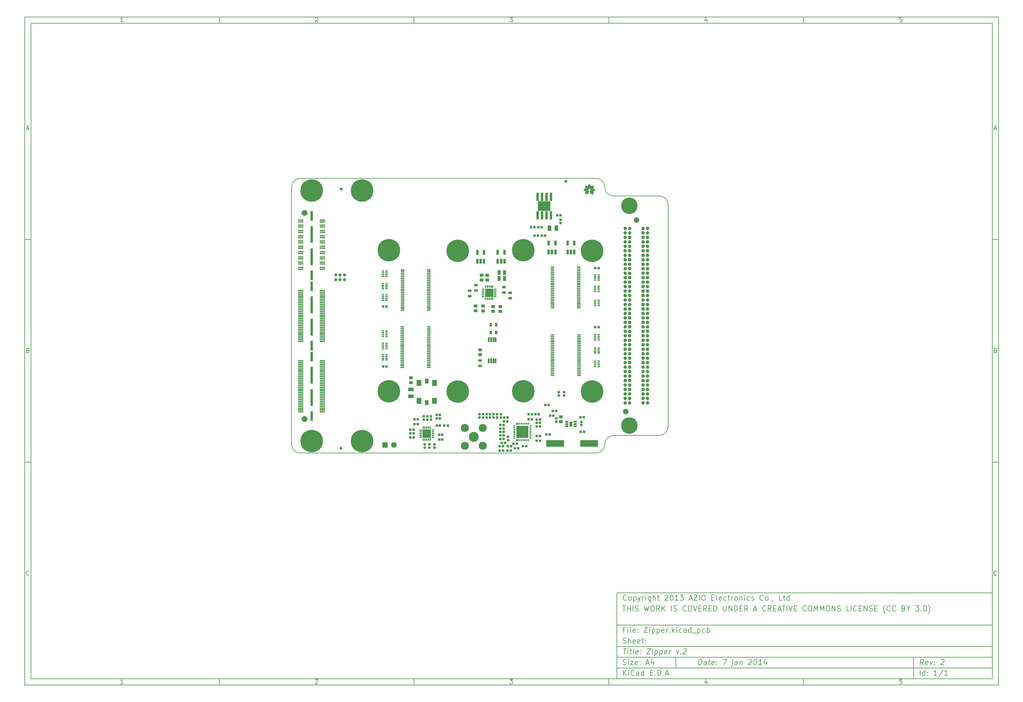
<source format=gbs>
G04 (created by PCBNEW (2013-07-07 BZR 4022)-stable) date 1/7/2014 4:23:33 PM*
%MOIN*%
G04 Gerber Fmt 3.4, Leading zero omitted, Abs format*
%FSLAX34Y34*%
G01*
G70*
G90*
G04 APERTURE LIST*
%ADD10C,0.00590551*%
%ADD11C,0.00787402*%
%ADD12C,0.0354331*%
%ADD13R,0.021574X0.055074*%
%ADD14R,0.021674X0.055074*%
%ADD15R,0.055074X0.066974*%
%ADD16R,0.0433071X0.0551181*%
%ADD17R,0.037448X0.055148*%
%ADD18R,0.0253X0.0273*%
%ADD19R,0.0273X0.0253*%
%ADD20R,0.0392X0.0353*%
%ADD21R,0.0273X0.0273*%
%ADD22O,0.0273X0.0155*%
%ADD23R,0.0273X0.0155*%
%ADD24C,0.251948*%
%ADD25C,0.0314961*%
%ADD26C,0.251968*%
%ADD27R,0.0314992X0.106299*%
%ADD28R,0.0314992X0.191299*%
%ADD29R,0.0633992X0.0180992*%
%ADD30C,0.0653992*%
%ADD31R,0.036174X0.019274*%
%ADD32R,0.037374X0.055074*%
%ADD33R,0.031474X0.055074*%
%ADD34R,0.0216992X0.00849921*%
%ADD35R,0.0238992X0.00849921*%
%ADD36R,0.0260992X0.00849921*%
%ADD37R,0.0106992X0.00849921*%
%ADD38R,0.0128992X0.00849921*%
%ADD39R,0.0150992X0.00849921*%
%ADD40R,0.0172992X0.00849921*%
%ADD41R,0.0370992X0.00849921*%
%ADD42R,0.0480992X0.00849921*%
%ADD43R,0.0282992X0.00849921*%
%ADD44R,0.100899X0.00849921*%
%ADD45R,0.0964992X0.00849921*%
%ADD46R,0.0920992X0.00849921*%
%ADD47R,0.0898992X0.00849921*%
%ADD48R,0.0876992X0.00849921*%
%ADD49R,0.0832992X0.00849921*%
%ADD50R,0.0436992X0.00849921*%
%ADD51R,0.0392992X0.00849921*%
%ADD52R,0.0414992X0.00849921*%
%ADD53R,0.0458992X0.00849921*%
%ADD54R,0.0502992X0.00849921*%
%ADD55R,0.0524992X0.00849921*%
%ADD56R,0.0348992X0.00849921*%
%ADD57R,0.00849921X0.00849921*%
%ADD58R,0.0194992X0.00849921*%
%ADD59R,0.063637X0.063637*%
%ADD60C,0.063637*%
%ADD61C,0.111837*%
%ADD62C,0.090537*%
%ADD63R,0.0275591X0.015748*%
%ADD64R,0.015748X0.0275591*%
%ADD65R,0.0925197X0.0925197*%
%ADD66R,0.019685X0.0137795*%
%ADD67R,0.0137795X0.019685*%
%ADD68R,0.137795X0.137795*%
%ADD69R,0.0433071X0.0433071*%
%ADD70R,0.203937X0.073937*%
%ADD71R,0.059037X0.039337*%
%ADD72R,0.043337X0.025637*%
%ADD73R,0.025637X0.043337*%
%ADD74C,0.185039*%
%ADD75C,0.0393701*%
%ADD76C,0.0629921*%
%ADD77R,0.039337X0.059037*%
%ADD78R,0.0298992X0.0928992*%
%ADD79R,0.140199X0.107099*%
%ADD80R,0.0433071X0.015748*%
G04 APERTURE END LIST*
G54D10*
X4000Y-4000D02*
X112930Y-4000D01*
X112930Y-78680D01*
X4000Y-78680D01*
X4000Y-4000D01*
X4700Y-4700D02*
X112230Y-4700D01*
X112230Y-77980D01*
X4700Y-77980D01*
X4700Y-4700D01*
X25780Y-4000D02*
X25780Y-4700D01*
X15032Y-4552D02*
X14747Y-4552D01*
X14890Y-4552D02*
X14890Y-4052D01*
X14842Y-4123D01*
X14794Y-4171D01*
X14747Y-4195D01*
X25780Y-78680D02*
X25780Y-77980D01*
X15032Y-78532D02*
X14747Y-78532D01*
X14890Y-78532D02*
X14890Y-78032D01*
X14842Y-78103D01*
X14794Y-78151D01*
X14747Y-78175D01*
X47560Y-4000D02*
X47560Y-4700D01*
X36527Y-4100D02*
X36550Y-4076D01*
X36598Y-4052D01*
X36717Y-4052D01*
X36765Y-4076D01*
X36789Y-4100D01*
X36812Y-4147D01*
X36812Y-4195D01*
X36789Y-4266D01*
X36503Y-4552D01*
X36812Y-4552D01*
X47560Y-78680D02*
X47560Y-77980D01*
X36527Y-78080D02*
X36550Y-78056D01*
X36598Y-78032D01*
X36717Y-78032D01*
X36765Y-78056D01*
X36789Y-78080D01*
X36812Y-78127D01*
X36812Y-78175D01*
X36789Y-78246D01*
X36503Y-78532D01*
X36812Y-78532D01*
X69340Y-4000D02*
X69340Y-4700D01*
X58283Y-4052D02*
X58592Y-4052D01*
X58426Y-4242D01*
X58497Y-4242D01*
X58545Y-4266D01*
X58569Y-4290D01*
X58592Y-4338D01*
X58592Y-4457D01*
X58569Y-4504D01*
X58545Y-4528D01*
X58497Y-4552D01*
X58354Y-4552D01*
X58307Y-4528D01*
X58283Y-4504D01*
X69340Y-78680D02*
X69340Y-77980D01*
X58283Y-78032D02*
X58592Y-78032D01*
X58426Y-78222D01*
X58497Y-78222D01*
X58545Y-78246D01*
X58569Y-78270D01*
X58592Y-78318D01*
X58592Y-78437D01*
X58569Y-78484D01*
X58545Y-78508D01*
X58497Y-78532D01*
X58354Y-78532D01*
X58307Y-78508D01*
X58283Y-78484D01*
X91120Y-4000D02*
X91120Y-4700D01*
X80325Y-4219D02*
X80325Y-4552D01*
X80206Y-4028D02*
X80087Y-4385D01*
X80396Y-4385D01*
X91120Y-78680D02*
X91120Y-77980D01*
X80325Y-78199D02*
X80325Y-78532D01*
X80206Y-78008D02*
X80087Y-78365D01*
X80396Y-78365D01*
X102129Y-4052D02*
X101890Y-4052D01*
X101867Y-4290D01*
X101890Y-4266D01*
X101938Y-4242D01*
X102057Y-4242D01*
X102105Y-4266D01*
X102129Y-4290D01*
X102152Y-4338D01*
X102152Y-4457D01*
X102129Y-4504D01*
X102105Y-4528D01*
X102057Y-4552D01*
X101938Y-4552D01*
X101890Y-4528D01*
X101867Y-4504D01*
X102129Y-78032D02*
X101890Y-78032D01*
X101867Y-78270D01*
X101890Y-78246D01*
X101938Y-78222D01*
X102057Y-78222D01*
X102105Y-78246D01*
X102129Y-78270D01*
X102152Y-78318D01*
X102152Y-78437D01*
X102129Y-78484D01*
X102105Y-78508D01*
X102057Y-78532D01*
X101938Y-78532D01*
X101890Y-78508D01*
X101867Y-78484D01*
X4000Y-28890D02*
X4700Y-28890D01*
X4230Y-16509D02*
X4469Y-16509D01*
X4183Y-16652D02*
X4350Y-16152D01*
X4516Y-16652D01*
X112930Y-28890D02*
X112230Y-28890D01*
X112460Y-16509D02*
X112699Y-16509D01*
X112413Y-16652D02*
X112580Y-16152D01*
X112746Y-16652D01*
X4000Y-53780D02*
X4700Y-53780D01*
X4385Y-41280D02*
X4457Y-41304D01*
X4480Y-41328D01*
X4504Y-41375D01*
X4504Y-41447D01*
X4480Y-41494D01*
X4457Y-41518D01*
X4409Y-41542D01*
X4219Y-41542D01*
X4219Y-41042D01*
X4385Y-41042D01*
X4433Y-41066D01*
X4457Y-41090D01*
X4480Y-41137D01*
X4480Y-41185D01*
X4457Y-41232D01*
X4433Y-41256D01*
X4385Y-41280D01*
X4219Y-41280D01*
X112930Y-53780D02*
X112230Y-53780D01*
X112615Y-41280D02*
X112687Y-41304D01*
X112710Y-41328D01*
X112734Y-41375D01*
X112734Y-41447D01*
X112710Y-41494D01*
X112687Y-41518D01*
X112639Y-41542D01*
X112449Y-41542D01*
X112449Y-41042D01*
X112615Y-41042D01*
X112663Y-41066D01*
X112687Y-41090D01*
X112710Y-41137D01*
X112710Y-41185D01*
X112687Y-41232D01*
X112663Y-41256D01*
X112615Y-41280D01*
X112449Y-41280D01*
X4504Y-66384D02*
X4480Y-66408D01*
X4409Y-66432D01*
X4361Y-66432D01*
X4290Y-66408D01*
X4242Y-66360D01*
X4219Y-66313D01*
X4195Y-66218D01*
X4195Y-66146D01*
X4219Y-66051D01*
X4242Y-66003D01*
X4290Y-65956D01*
X4361Y-65932D01*
X4409Y-65932D01*
X4480Y-65956D01*
X4504Y-65980D01*
X112734Y-66384D02*
X112710Y-66408D01*
X112639Y-66432D01*
X112591Y-66432D01*
X112520Y-66408D01*
X112472Y-66360D01*
X112449Y-66313D01*
X112425Y-66218D01*
X112425Y-66146D01*
X112449Y-66051D01*
X112472Y-66003D01*
X112520Y-65956D01*
X112591Y-65932D01*
X112639Y-65932D01*
X112710Y-65956D01*
X112734Y-65980D01*
X79380Y-76422D02*
X79455Y-75822D01*
X79597Y-75822D01*
X79680Y-75851D01*
X79730Y-75908D01*
X79751Y-75965D01*
X79765Y-76080D01*
X79755Y-76165D01*
X79712Y-76280D01*
X79676Y-76337D01*
X79612Y-76394D01*
X79522Y-76422D01*
X79380Y-76422D01*
X80237Y-76422D02*
X80276Y-76108D01*
X80255Y-76051D01*
X80201Y-76022D01*
X80087Y-76022D01*
X80026Y-76051D01*
X80240Y-76394D02*
X80180Y-76422D01*
X80037Y-76422D01*
X79983Y-76394D01*
X79962Y-76337D01*
X79969Y-76280D01*
X80005Y-76222D01*
X80065Y-76194D01*
X80208Y-76194D01*
X80269Y-76165D01*
X80487Y-76022D02*
X80715Y-76022D01*
X80597Y-75822D02*
X80533Y-76337D01*
X80555Y-76394D01*
X80608Y-76422D01*
X80665Y-76422D01*
X81097Y-76394D02*
X81037Y-76422D01*
X80922Y-76422D01*
X80869Y-76394D01*
X80847Y-76337D01*
X80876Y-76108D01*
X80912Y-76051D01*
X80972Y-76022D01*
X81087Y-76022D01*
X81140Y-76051D01*
X81162Y-76108D01*
X81155Y-76165D01*
X80862Y-76222D01*
X81387Y-76365D02*
X81412Y-76394D01*
X81380Y-76422D01*
X81355Y-76394D01*
X81387Y-76365D01*
X81380Y-76422D01*
X81426Y-76051D02*
X81451Y-76080D01*
X81419Y-76108D01*
X81394Y-76080D01*
X81426Y-76051D01*
X81419Y-76108D01*
X82140Y-75822D02*
X82540Y-75822D01*
X82208Y-76422D01*
X83201Y-76022D02*
X83137Y-76537D01*
X83101Y-76594D01*
X83040Y-76622D01*
X83012Y-76622D01*
X83226Y-75822D02*
X83194Y-75851D01*
X83219Y-75880D01*
X83251Y-75851D01*
X83226Y-75822D01*
X83219Y-75880D01*
X83694Y-76422D02*
X83733Y-76108D01*
X83712Y-76051D01*
X83658Y-76022D01*
X83544Y-76022D01*
X83483Y-76051D01*
X83697Y-76394D02*
X83637Y-76422D01*
X83494Y-76422D01*
X83440Y-76394D01*
X83419Y-76337D01*
X83426Y-76280D01*
X83462Y-76222D01*
X83522Y-76194D01*
X83665Y-76194D01*
X83726Y-76165D01*
X84030Y-76022D02*
X83980Y-76422D01*
X84022Y-76080D02*
X84055Y-76051D01*
X84115Y-76022D01*
X84201Y-76022D01*
X84255Y-76051D01*
X84276Y-76108D01*
X84237Y-76422D01*
X85019Y-75880D02*
X85051Y-75851D01*
X85112Y-75822D01*
X85255Y-75822D01*
X85308Y-75851D01*
X85333Y-75880D01*
X85355Y-75937D01*
X85347Y-75994D01*
X85308Y-76080D01*
X84922Y-76422D01*
X85294Y-76422D01*
X85740Y-75822D02*
X85797Y-75822D01*
X85851Y-75851D01*
X85876Y-75880D01*
X85897Y-75937D01*
X85912Y-76051D01*
X85894Y-76194D01*
X85851Y-76308D01*
X85815Y-76365D01*
X85783Y-76394D01*
X85722Y-76422D01*
X85665Y-76422D01*
X85612Y-76394D01*
X85587Y-76365D01*
X85565Y-76308D01*
X85551Y-76194D01*
X85569Y-76051D01*
X85612Y-75937D01*
X85647Y-75880D01*
X85680Y-75851D01*
X85740Y-75822D01*
X86437Y-76422D02*
X86094Y-76422D01*
X86265Y-76422D02*
X86340Y-75822D01*
X86272Y-75908D01*
X86208Y-75965D01*
X86147Y-75994D01*
X87001Y-76022D02*
X86951Y-76422D01*
X86887Y-75794D02*
X86690Y-76222D01*
X87062Y-76222D01*
X70972Y-77622D02*
X70972Y-77022D01*
X71315Y-77622D02*
X71058Y-77280D01*
X71315Y-77022D02*
X70972Y-77365D01*
X71572Y-77622D02*
X71572Y-77222D01*
X71572Y-77022D02*
X71544Y-77051D01*
X71572Y-77080D01*
X71601Y-77051D01*
X71572Y-77022D01*
X71572Y-77080D01*
X72201Y-77565D02*
X72172Y-77594D01*
X72087Y-77622D01*
X72030Y-77622D01*
X71944Y-77594D01*
X71887Y-77537D01*
X71858Y-77480D01*
X71830Y-77365D01*
X71830Y-77280D01*
X71858Y-77165D01*
X71887Y-77108D01*
X71944Y-77051D01*
X72030Y-77022D01*
X72087Y-77022D01*
X72172Y-77051D01*
X72201Y-77080D01*
X72715Y-77622D02*
X72715Y-77308D01*
X72687Y-77251D01*
X72630Y-77222D01*
X72515Y-77222D01*
X72458Y-77251D01*
X72715Y-77594D02*
X72658Y-77622D01*
X72515Y-77622D01*
X72458Y-77594D01*
X72430Y-77537D01*
X72430Y-77480D01*
X72458Y-77422D01*
X72515Y-77394D01*
X72658Y-77394D01*
X72715Y-77365D01*
X73258Y-77622D02*
X73258Y-77022D01*
X73258Y-77594D02*
X73201Y-77622D01*
X73087Y-77622D01*
X73030Y-77594D01*
X73001Y-77565D01*
X72972Y-77508D01*
X72972Y-77337D01*
X73001Y-77280D01*
X73030Y-77251D01*
X73087Y-77222D01*
X73201Y-77222D01*
X73258Y-77251D01*
X74001Y-77308D02*
X74201Y-77308D01*
X74287Y-77622D02*
X74001Y-77622D01*
X74001Y-77022D01*
X74287Y-77022D01*
X74544Y-77565D02*
X74572Y-77594D01*
X74544Y-77622D01*
X74515Y-77594D01*
X74544Y-77565D01*
X74544Y-77622D01*
X74829Y-77622D02*
X74829Y-77022D01*
X74972Y-77022D01*
X75058Y-77051D01*
X75115Y-77108D01*
X75144Y-77165D01*
X75172Y-77280D01*
X75172Y-77365D01*
X75144Y-77480D01*
X75115Y-77537D01*
X75058Y-77594D01*
X74972Y-77622D01*
X74829Y-77622D01*
X75429Y-77565D02*
X75458Y-77594D01*
X75429Y-77622D01*
X75401Y-77594D01*
X75429Y-77565D01*
X75429Y-77622D01*
X75687Y-77451D02*
X75972Y-77451D01*
X75629Y-77622D02*
X75829Y-77022D01*
X76029Y-77622D01*
X76229Y-77565D02*
X76258Y-77594D01*
X76229Y-77622D01*
X76201Y-77594D01*
X76229Y-77565D01*
X76229Y-77622D01*
X104522Y-76422D02*
X104358Y-76137D01*
X104180Y-76422D02*
X104255Y-75822D01*
X104483Y-75822D01*
X104537Y-75851D01*
X104562Y-75880D01*
X104583Y-75937D01*
X104572Y-76022D01*
X104537Y-76080D01*
X104505Y-76108D01*
X104444Y-76137D01*
X104215Y-76137D01*
X105012Y-76394D02*
X104951Y-76422D01*
X104837Y-76422D01*
X104783Y-76394D01*
X104762Y-76337D01*
X104790Y-76108D01*
X104826Y-76051D01*
X104887Y-76022D01*
X105001Y-76022D01*
X105055Y-76051D01*
X105076Y-76108D01*
X105069Y-76165D01*
X104776Y-76222D01*
X105287Y-76022D02*
X105380Y-76422D01*
X105572Y-76022D01*
X105758Y-76365D02*
X105783Y-76394D01*
X105751Y-76422D01*
X105726Y-76394D01*
X105758Y-76365D01*
X105751Y-76422D01*
X105797Y-76051D02*
X105822Y-76080D01*
X105790Y-76108D01*
X105765Y-76080D01*
X105797Y-76051D01*
X105790Y-76108D01*
X106533Y-75880D02*
X106565Y-75851D01*
X106626Y-75822D01*
X106769Y-75822D01*
X106822Y-75851D01*
X106847Y-75880D01*
X106869Y-75937D01*
X106862Y-75994D01*
X106822Y-76080D01*
X106437Y-76422D01*
X106808Y-76422D01*
X70944Y-76394D02*
X71030Y-76422D01*
X71172Y-76422D01*
X71230Y-76394D01*
X71258Y-76365D01*
X71287Y-76308D01*
X71287Y-76251D01*
X71258Y-76194D01*
X71230Y-76165D01*
X71172Y-76137D01*
X71058Y-76108D01*
X71001Y-76080D01*
X70972Y-76051D01*
X70944Y-75994D01*
X70944Y-75937D01*
X70972Y-75880D01*
X71001Y-75851D01*
X71058Y-75822D01*
X71201Y-75822D01*
X71287Y-75851D01*
X71544Y-76422D02*
X71544Y-76022D01*
X71544Y-75822D02*
X71515Y-75851D01*
X71544Y-75880D01*
X71572Y-75851D01*
X71544Y-75822D01*
X71544Y-75880D01*
X71772Y-76022D02*
X72087Y-76022D01*
X71772Y-76422D01*
X72087Y-76422D01*
X72544Y-76394D02*
X72487Y-76422D01*
X72372Y-76422D01*
X72315Y-76394D01*
X72287Y-76337D01*
X72287Y-76108D01*
X72315Y-76051D01*
X72372Y-76022D01*
X72487Y-76022D01*
X72544Y-76051D01*
X72572Y-76108D01*
X72572Y-76165D01*
X72287Y-76222D01*
X72830Y-76365D02*
X72858Y-76394D01*
X72830Y-76422D01*
X72801Y-76394D01*
X72830Y-76365D01*
X72830Y-76422D01*
X72830Y-76051D02*
X72858Y-76080D01*
X72830Y-76108D01*
X72801Y-76080D01*
X72830Y-76051D01*
X72830Y-76108D01*
X73544Y-76251D02*
X73830Y-76251D01*
X73487Y-76422D02*
X73687Y-75822D01*
X73887Y-76422D01*
X74344Y-76022D02*
X74344Y-76422D01*
X74201Y-75794D02*
X74058Y-76222D01*
X74430Y-76222D01*
X104172Y-77622D02*
X104172Y-77022D01*
X104715Y-77622D02*
X104715Y-77022D01*
X104715Y-77594D02*
X104658Y-77622D01*
X104544Y-77622D01*
X104487Y-77594D01*
X104458Y-77565D01*
X104430Y-77508D01*
X104430Y-77337D01*
X104458Y-77280D01*
X104487Y-77251D01*
X104544Y-77222D01*
X104658Y-77222D01*
X104715Y-77251D01*
X105001Y-77565D02*
X105030Y-77594D01*
X105001Y-77622D01*
X104972Y-77594D01*
X105001Y-77565D01*
X105001Y-77622D01*
X105001Y-77251D02*
X105030Y-77280D01*
X105001Y-77308D01*
X104972Y-77280D01*
X105001Y-77251D01*
X105001Y-77308D01*
X106058Y-77622D02*
X105715Y-77622D01*
X105887Y-77622D02*
X105887Y-77022D01*
X105829Y-77108D01*
X105772Y-77165D01*
X105715Y-77194D01*
X106744Y-76994D02*
X106230Y-77765D01*
X107258Y-77622D02*
X106915Y-77622D01*
X107087Y-77622D02*
X107087Y-77022D01*
X107029Y-77108D01*
X106972Y-77165D01*
X106915Y-77194D01*
X70969Y-74622D02*
X71312Y-74622D01*
X71065Y-75222D02*
X71140Y-74622D01*
X71437Y-75222D02*
X71487Y-74822D01*
X71512Y-74622D02*
X71480Y-74651D01*
X71505Y-74680D01*
X71537Y-74651D01*
X71512Y-74622D01*
X71505Y-74680D01*
X71687Y-74822D02*
X71915Y-74822D01*
X71797Y-74622D02*
X71733Y-75137D01*
X71755Y-75194D01*
X71808Y-75222D01*
X71865Y-75222D01*
X72151Y-75222D02*
X72097Y-75194D01*
X72076Y-75137D01*
X72140Y-74622D01*
X72612Y-75194D02*
X72551Y-75222D01*
X72437Y-75222D01*
X72383Y-75194D01*
X72362Y-75137D01*
X72390Y-74908D01*
X72426Y-74851D01*
X72487Y-74822D01*
X72601Y-74822D01*
X72655Y-74851D01*
X72676Y-74908D01*
X72669Y-74965D01*
X72376Y-75022D01*
X72901Y-75165D02*
X72926Y-75194D01*
X72894Y-75222D01*
X72869Y-75194D01*
X72901Y-75165D01*
X72894Y-75222D01*
X72940Y-74851D02*
X72965Y-74880D01*
X72933Y-74908D01*
X72908Y-74880D01*
X72940Y-74851D01*
X72933Y-74908D01*
X73655Y-74622D02*
X74055Y-74622D01*
X73580Y-75222D01*
X73980Y-75222D01*
X74208Y-75222D02*
X74258Y-74822D01*
X74283Y-74622D02*
X74251Y-74651D01*
X74276Y-74680D01*
X74308Y-74651D01*
X74283Y-74622D01*
X74276Y-74680D01*
X74544Y-74822D02*
X74469Y-75422D01*
X74540Y-74851D02*
X74601Y-74822D01*
X74715Y-74822D01*
X74769Y-74851D01*
X74794Y-74880D01*
X74815Y-74937D01*
X74794Y-75108D01*
X74758Y-75165D01*
X74726Y-75194D01*
X74665Y-75222D01*
X74551Y-75222D01*
X74497Y-75194D01*
X75087Y-74822D02*
X75012Y-75422D01*
X75083Y-74851D02*
X75144Y-74822D01*
X75258Y-74822D01*
X75312Y-74851D01*
X75337Y-74880D01*
X75358Y-74937D01*
X75337Y-75108D01*
X75301Y-75165D01*
X75269Y-75194D01*
X75208Y-75222D01*
X75094Y-75222D01*
X75040Y-75194D01*
X75812Y-75194D02*
X75751Y-75222D01*
X75637Y-75222D01*
X75583Y-75194D01*
X75562Y-75137D01*
X75590Y-74908D01*
X75626Y-74851D01*
X75687Y-74822D01*
X75801Y-74822D01*
X75855Y-74851D01*
X75876Y-74908D01*
X75869Y-74965D01*
X75576Y-75022D01*
X76094Y-75222D02*
X76144Y-74822D01*
X76130Y-74937D02*
X76165Y-74880D01*
X76197Y-74851D01*
X76258Y-74822D01*
X76315Y-74822D01*
X76915Y-74822D02*
X77008Y-75222D01*
X77201Y-74822D01*
X77387Y-75165D02*
X77412Y-75194D01*
X77380Y-75222D01*
X77355Y-75194D01*
X77387Y-75165D01*
X77380Y-75222D01*
X77705Y-74680D02*
X77737Y-74651D01*
X77797Y-74622D01*
X77940Y-74622D01*
X77994Y-74651D01*
X78019Y-74680D01*
X78040Y-74737D01*
X78033Y-74794D01*
X77994Y-74880D01*
X77608Y-75222D01*
X77980Y-75222D01*
X71172Y-72508D02*
X70972Y-72508D01*
X70972Y-72822D02*
X70972Y-72222D01*
X71258Y-72222D01*
X71487Y-72822D02*
X71487Y-72422D01*
X71487Y-72222D02*
X71458Y-72251D01*
X71487Y-72280D01*
X71515Y-72251D01*
X71487Y-72222D01*
X71487Y-72280D01*
X71858Y-72822D02*
X71801Y-72794D01*
X71772Y-72737D01*
X71772Y-72222D01*
X72315Y-72794D02*
X72258Y-72822D01*
X72144Y-72822D01*
X72087Y-72794D01*
X72058Y-72737D01*
X72058Y-72508D01*
X72087Y-72451D01*
X72144Y-72422D01*
X72258Y-72422D01*
X72315Y-72451D01*
X72344Y-72508D01*
X72344Y-72565D01*
X72058Y-72622D01*
X72601Y-72765D02*
X72630Y-72794D01*
X72601Y-72822D01*
X72572Y-72794D01*
X72601Y-72765D01*
X72601Y-72822D01*
X72601Y-72451D02*
X72630Y-72480D01*
X72601Y-72508D01*
X72572Y-72480D01*
X72601Y-72451D01*
X72601Y-72508D01*
X73287Y-72222D02*
X73687Y-72222D01*
X73287Y-72822D01*
X73687Y-72822D01*
X73915Y-72822D02*
X73915Y-72422D01*
X73915Y-72222D02*
X73887Y-72251D01*
X73915Y-72280D01*
X73944Y-72251D01*
X73915Y-72222D01*
X73915Y-72280D01*
X74201Y-72422D02*
X74201Y-73022D01*
X74201Y-72451D02*
X74258Y-72422D01*
X74372Y-72422D01*
X74430Y-72451D01*
X74458Y-72480D01*
X74487Y-72537D01*
X74487Y-72708D01*
X74458Y-72765D01*
X74430Y-72794D01*
X74372Y-72822D01*
X74258Y-72822D01*
X74201Y-72794D01*
X74744Y-72422D02*
X74744Y-73022D01*
X74744Y-72451D02*
X74801Y-72422D01*
X74915Y-72422D01*
X74972Y-72451D01*
X75001Y-72480D01*
X75030Y-72537D01*
X75030Y-72708D01*
X75001Y-72765D01*
X74972Y-72794D01*
X74915Y-72822D01*
X74801Y-72822D01*
X74744Y-72794D01*
X75515Y-72794D02*
X75458Y-72822D01*
X75344Y-72822D01*
X75287Y-72794D01*
X75258Y-72737D01*
X75258Y-72508D01*
X75287Y-72451D01*
X75344Y-72422D01*
X75458Y-72422D01*
X75515Y-72451D01*
X75544Y-72508D01*
X75544Y-72565D01*
X75258Y-72622D01*
X75801Y-72822D02*
X75801Y-72422D01*
X75801Y-72537D02*
X75830Y-72480D01*
X75858Y-72451D01*
X75915Y-72422D01*
X75972Y-72422D01*
X76172Y-72765D02*
X76201Y-72794D01*
X76172Y-72822D01*
X76144Y-72794D01*
X76172Y-72765D01*
X76172Y-72822D01*
X76458Y-72822D02*
X76458Y-72222D01*
X76515Y-72594D02*
X76687Y-72822D01*
X76687Y-72422D02*
X76458Y-72651D01*
X76944Y-72822D02*
X76944Y-72422D01*
X76944Y-72222D02*
X76915Y-72251D01*
X76944Y-72280D01*
X76972Y-72251D01*
X76944Y-72222D01*
X76944Y-72280D01*
X77487Y-72794D02*
X77430Y-72822D01*
X77315Y-72822D01*
X77258Y-72794D01*
X77230Y-72765D01*
X77201Y-72708D01*
X77201Y-72537D01*
X77230Y-72480D01*
X77258Y-72451D01*
X77315Y-72422D01*
X77430Y-72422D01*
X77487Y-72451D01*
X78001Y-72822D02*
X78001Y-72508D01*
X77972Y-72451D01*
X77915Y-72422D01*
X77801Y-72422D01*
X77744Y-72451D01*
X78001Y-72794D02*
X77944Y-72822D01*
X77801Y-72822D01*
X77744Y-72794D01*
X77715Y-72737D01*
X77715Y-72680D01*
X77744Y-72622D01*
X77801Y-72594D01*
X77944Y-72594D01*
X78001Y-72565D01*
X78544Y-72822D02*
X78544Y-72222D01*
X78544Y-72794D02*
X78487Y-72822D01*
X78372Y-72822D01*
X78315Y-72794D01*
X78287Y-72765D01*
X78258Y-72708D01*
X78258Y-72537D01*
X78287Y-72480D01*
X78315Y-72451D01*
X78372Y-72422D01*
X78487Y-72422D01*
X78544Y-72451D01*
X78687Y-72880D02*
X79144Y-72880D01*
X79287Y-72422D02*
X79287Y-73022D01*
X79287Y-72451D02*
X79344Y-72422D01*
X79458Y-72422D01*
X79515Y-72451D01*
X79544Y-72480D01*
X79572Y-72537D01*
X79572Y-72708D01*
X79544Y-72765D01*
X79515Y-72794D01*
X79458Y-72822D01*
X79344Y-72822D01*
X79287Y-72794D01*
X80087Y-72794D02*
X80030Y-72822D01*
X79915Y-72822D01*
X79858Y-72794D01*
X79830Y-72765D01*
X79801Y-72708D01*
X79801Y-72537D01*
X79830Y-72480D01*
X79858Y-72451D01*
X79915Y-72422D01*
X80030Y-72422D01*
X80087Y-72451D01*
X80344Y-72822D02*
X80344Y-72222D01*
X80344Y-72451D02*
X80401Y-72422D01*
X80515Y-72422D01*
X80572Y-72451D01*
X80601Y-72480D01*
X80630Y-72537D01*
X80630Y-72708D01*
X80601Y-72765D01*
X80572Y-72794D01*
X80515Y-72822D01*
X80401Y-72822D01*
X80344Y-72794D01*
X70944Y-73994D02*
X71030Y-74022D01*
X71172Y-74022D01*
X71230Y-73994D01*
X71258Y-73965D01*
X71287Y-73908D01*
X71287Y-73851D01*
X71258Y-73794D01*
X71230Y-73765D01*
X71172Y-73737D01*
X71058Y-73708D01*
X71001Y-73680D01*
X70972Y-73651D01*
X70944Y-73594D01*
X70944Y-73537D01*
X70972Y-73480D01*
X71001Y-73451D01*
X71058Y-73422D01*
X71201Y-73422D01*
X71287Y-73451D01*
X71544Y-74022D02*
X71544Y-73422D01*
X71801Y-74022D02*
X71801Y-73708D01*
X71772Y-73651D01*
X71715Y-73622D01*
X71630Y-73622D01*
X71572Y-73651D01*
X71544Y-73680D01*
X72315Y-73994D02*
X72258Y-74022D01*
X72144Y-74022D01*
X72087Y-73994D01*
X72058Y-73937D01*
X72058Y-73708D01*
X72087Y-73651D01*
X72144Y-73622D01*
X72258Y-73622D01*
X72315Y-73651D01*
X72344Y-73708D01*
X72344Y-73765D01*
X72058Y-73822D01*
X72830Y-73994D02*
X72772Y-74022D01*
X72658Y-74022D01*
X72601Y-73994D01*
X72572Y-73937D01*
X72572Y-73708D01*
X72601Y-73651D01*
X72658Y-73622D01*
X72772Y-73622D01*
X72830Y-73651D01*
X72858Y-73708D01*
X72858Y-73765D01*
X72572Y-73822D01*
X73030Y-73622D02*
X73258Y-73622D01*
X73115Y-73422D02*
X73115Y-73937D01*
X73144Y-73994D01*
X73201Y-74022D01*
X73258Y-74022D01*
X73458Y-73965D02*
X73487Y-73994D01*
X73458Y-74022D01*
X73430Y-73994D01*
X73458Y-73965D01*
X73458Y-74022D01*
X73458Y-73651D02*
X73487Y-73680D01*
X73458Y-73708D01*
X73430Y-73680D01*
X73458Y-73651D01*
X73458Y-73708D01*
X70887Y-69822D02*
X71230Y-69822D01*
X71058Y-70422D02*
X71058Y-69822D01*
X71430Y-70422D02*
X71430Y-69822D01*
X71430Y-70108D02*
X71772Y-70108D01*
X71772Y-70422D02*
X71772Y-69822D01*
X72058Y-70422D02*
X72058Y-69822D01*
X72315Y-70394D02*
X72401Y-70422D01*
X72544Y-70422D01*
X72601Y-70394D01*
X72629Y-70365D01*
X72658Y-70308D01*
X72658Y-70251D01*
X72629Y-70194D01*
X72601Y-70165D01*
X72544Y-70137D01*
X72429Y-70108D01*
X72372Y-70080D01*
X72344Y-70051D01*
X72315Y-69994D01*
X72315Y-69937D01*
X72344Y-69880D01*
X72372Y-69851D01*
X72429Y-69822D01*
X72572Y-69822D01*
X72658Y-69851D01*
X73315Y-69822D02*
X73458Y-70422D01*
X73572Y-69994D01*
X73687Y-70422D01*
X73830Y-69822D01*
X74172Y-69822D02*
X74287Y-69822D01*
X74344Y-69851D01*
X74401Y-69908D01*
X74430Y-70022D01*
X74430Y-70222D01*
X74401Y-70337D01*
X74344Y-70394D01*
X74287Y-70422D01*
X74172Y-70422D01*
X74115Y-70394D01*
X74058Y-70337D01*
X74030Y-70222D01*
X74030Y-70022D01*
X74058Y-69908D01*
X74115Y-69851D01*
X74172Y-69822D01*
X75029Y-70422D02*
X74829Y-70137D01*
X74687Y-70422D02*
X74687Y-69822D01*
X74915Y-69822D01*
X74972Y-69851D01*
X75001Y-69880D01*
X75029Y-69937D01*
X75029Y-70022D01*
X75001Y-70080D01*
X74972Y-70108D01*
X74915Y-70137D01*
X74687Y-70137D01*
X75287Y-70422D02*
X75287Y-69822D01*
X75629Y-70422D02*
X75372Y-70080D01*
X75629Y-69822D02*
X75287Y-70165D01*
X76344Y-70422D02*
X76344Y-69822D01*
X76601Y-70394D02*
X76687Y-70422D01*
X76829Y-70422D01*
X76887Y-70394D01*
X76915Y-70365D01*
X76944Y-70308D01*
X76944Y-70251D01*
X76915Y-70194D01*
X76887Y-70165D01*
X76829Y-70137D01*
X76715Y-70108D01*
X76658Y-70080D01*
X76629Y-70051D01*
X76601Y-69994D01*
X76601Y-69937D01*
X76629Y-69880D01*
X76658Y-69851D01*
X76715Y-69822D01*
X76858Y-69822D01*
X76944Y-69851D01*
X78001Y-70365D02*
X77972Y-70394D01*
X77887Y-70422D01*
X77830Y-70422D01*
X77744Y-70394D01*
X77687Y-70337D01*
X77658Y-70280D01*
X77630Y-70165D01*
X77630Y-70080D01*
X77658Y-69965D01*
X77687Y-69908D01*
X77744Y-69851D01*
X77830Y-69822D01*
X77887Y-69822D01*
X77972Y-69851D01*
X78001Y-69880D01*
X78372Y-69822D02*
X78487Y-69822D01*
X78544Y-69851D01*
X78601Y-69908D01*
X78630Y-70022D01*
X78630Y-70222D01*
X78601Y-70337D01*
X78544Y-70394D01*
X78487Y-70422D01*
X78372Y-70422D01*
X78315Y-70394D01*
X78258Y-70337D01*
X78230Y-70222D01*
X78230Y-70022D01*
X78258Y-69908D01*
X78315Y-69851D01*
X78372Y-69822D01*
X78801Y-69822D02*
X79001Y-70422D01*
X79201Y-69822D01*
X79401Y-70108D02*
X79601Y-70108D01*
X79687Y-70422D02*
X79401Y-70422D01*
X79401Y-69822D01*
X79687Y-69822D01*
X80287Y-70422D02*
X80087Y-70137D01*
X79944Y-70422D02*
X79944Y-69822D01*
X80172Y-69822D01*
X80229Y-69851D01*
X80258Y-69880D01*
X80287Y-69937D01*
X80287Y-70022D01*
X80258Y-70080D01*
X80229Y-70108D01*
X80172Y-70137D01*
X79944Y-70137D01*
X80544Y-70108D02*
X80744Y-70108D01*
X80829Y-70422D02*
X80544Y-70422D01*
X80544Y-69822D01*
X80829Y-69822D01*
X81087Y-70422D02*
X81087Y-69822D01*
X81229Y-69822D01*
X81315Y-69851D01*
X81372Y-69908D01*
X81401Y-69965D01*
X81429Y-70080D01*
X81429Y-70165D01*
X81401Y-70280D01*
X81372Y-70337D01*
X81315Y-70394D01*
X81229Y-70422D01*
X81087Y-70422D01*
X82144Y-69822D02*
X82144Y-70308D01*
X82172Y-70365D01*
X82201Y-70394D01*
X82258Y-70422D01*
X82372Y-70422D01*
X82429Y-70394D01*
X82458Y-70365D01*
X82487Y-70308D01*
X82487Y-69822D01*
X82772Y-70422D02*
X82772Y-69822D01*
X83115Y-70422D01*
X83115Y-69822D01*
X83401Y-70422D02*
X83401Y-69822D01*
X83544Y-69822D01*
X83629Y-69851D01*
X83687Y-69908D01*
X83715Y-69965D01*
X83744Y-70080D01*
X83744Y-70165D01*
X83715Y-70280D01*
X83687Y-70337D01*
X83629Y-70394D01*
X83544Y-70422D01*
X83401Y-70422D01*
X84001Y-70108D02*
X84201Y-70108D01*
X84287Y-70422D02*
X84001Y-70422D01*
X84001Y-69822D01*
X84287Y-69822D01*
X84887Y-70422D02*
X84687Y-70137D01*
X84544Y-70422D02*
X84544Y-69822D01*
X84772Y-69822D01*
X84829Y-69851D01*
X84858Y-69880D01*
X84887Y-69937D01*
X84887Y-70022D01*
X84858Y-70080D01*
X84829Y-70108D01*
X84772Y-70137D01*
X84544Y-70137D01*
X85572Y-70251D02*
X85858Y-70251D01*
X85515Y-70422D02*
X85715Y-69822D01*
X85915Y-70422D01*
X86915Y-70365D02*
X86887Y-70394D01*
X86801Y-70422D01*
X86744Y-70422D01*
X86658Y-70394D01*
X86601Y-70337D01*
X86572Y-70280D01*
X86544Y-70165D01*
X86544Y-70080D01*
X86572Y-69965D01*
X86601Y-69908D01*
X86658Y-69851D01*
X86744Y-69822D01*
X86801Y-69822D01*
X86887Y-69851D01*
X86915Y-69880D01*
X87515Y-70422D02*
X87315Y-70137D01*
X87172Y-70422D02*
X87172Y-69822D01*
X87401Y-69822D01*
X87458Y-69851D01*
X87487Y-69880D01*
X87515Y-69937D01*
X87515Y-70022D01*
X87487Y-70080D01*
X87458Y-70108D01*
X87401Y-70137D01*
X87172Y-70137D01*
X87772Y-70108D02*
X87972Y-70108D01*
X88058Y-70422D02*
X87772Y-70422D01*
X87772Y-69822D01*
X88058Y-69822D01*
X88287Y-70251D02*
X88572Y-70251D01*
X88229Y-70422D02*
X88429Y-69822D01*
X88629Y-70422D01*
X88744Y-69822D02*
X89087Y-69822D01*
X88915Y-70422D02*
X88915Y-69822D01*
X89287Y-70422D02*
X89287Y-69822D01*
X89487Y-69822D02*
X89687Y-70422D01*
X89887Y-69822D01*
X90087Y-70108D02*
X90287Y-70108D01*
X90372Y-70422D02*
X90087Y-70422D01*
X90087Y-69822D01*
X90372Y-69822D01*
X91429Y-70365D02*
X91401Y-70394D01*
X91315Y-70422D01*
X91258Y-70422D01*
X91172Y-70394D01*
X91115Y-70337D01*
X91087Y-70280D01*
X91058Y-70165D01*
X91058Y-70080D01*
X91087Y-69965D01*
X91115Y-69908D01*
X91172Y-69851D01*
X91258Y-69822D01*
X91315Y-69822D01*
X91401Y-69851D01*
X91429Y-69880D01*
X91801Y-69822D02*
X91915Y-69822D01*
X91972Y-69851D01*
X92029Y-69908D01*
X92058Y-70022D01*
X92058Y-70222D01*
X92029Y-70337D01*
X91972Y-70394D01*
X91915Y-70422D01*
X91801Y-70422D01*
X91744Y-70394D01*
X91687Y-70337D01*
X91658Y-70222D01*
X91658Y-70022D01*
X91687Y-69908D01*
X91744Y-69851D01*
X91801Y-69822D01*
X92315Y-70422D02*
X92315Y-69822D01*
X92515Y-70251D01*
X92715Y-69822D01*
X92715Y-70422D01*
X93001Y-70422D02*
X93001Y-69822D01*
X93201Y-70251D01*
X93401Y-69822D01*
X93401Y-70422D01*
X93801Y-69822D02*
X93915Y-69822D01*
X93972Y-69851D01*
X94029Y-69908D01*
X94058Y-70022D01*
X94058Y-70222D01*
X94029Y-70337D01*
X93972Y-70394D01*
X93915Y-70422D01*
X93801Y-70422D01*
X93744Y-70394D01*
X93687Y-70337D01*
X93658Y-70222D01*
X93658Y-70022D01*
X93687Y-69908D01*
X93744Y-69851D01*
X93801Y-69822D01*
X94315Y-70422D02*
X94315Y-69822D01*
X94658Y-70422D01*
X94658Y-69822D01*
X94915Y-70394D02*
X95001Y-70422D01*
X95144Y-70422D01*
X95201Y-70394D01*
X95229Y-70365D01*
X95258Y-70308D01*
X95258Y-70251D01*
X95229Y-70194D01*
X95201Y-70165D01*
X95144Y-70137D01*
X95029Y-70108D01*
X94972Y-70080D01*
X94944Y-70051D01*
X94915Y-69994D01*
X94915Y-69937D01*
X94944Y-69880D01*
X94972Y-69851D01*
X95029Y-69822D01*
X95172Y-69822D01*
X95258Y-69851D01*
X96258Y-70422D02*
X95972Y-70422D01*
X95972Y-69822D01*
X96458Y-70422D02*
X96458Y-69822D01*
X97087Y-70365D02*
X97058Y-70394D01*
X96972Y-70422D01*
X96915Y-70422D01*
X96829Y-70394D01*
X96772Y-70337D01*
X96744Y-70280D01*
X96715Y-70165D01*
X96715Y-70080D01*
X96744Y-69965D01*
X96772Y-69908D01*
X96829Y-69851D01*
X96915Y-69822D01*
X96972Y-69822D01*
X97058Y-69851D01*
X97087Y-69880D01*
X97344Y-70108D02*
X97544Y-70108D01*
X97629Y-70422D02*
X97344Y-70422D01*
X97344Y-69822D01*
X97629Y-69822D01*
X97887Y-70422D02*
X97887Y-69822D01*
X98229Y-70422D01*
X98229Y-69822D01*
X98487Y-70394D02*
X98572Y-70422D01*
X98715Y-70422D01*
X98772Y-70394D01*
X98801Y-70365D01*
X98829Y-70308D01*
X98829Y-70251D01*
X98801Y-70194D01*
X98772Y-70165D01*
X98715Y-70137D01*
X98601Y-70108D01*
X98544Y-70080D01*
X98515Y-70051D01*
X98487Y-69994D01*
X98487Y-69937D01*
X98515Y-69880D01*
X98544Y-69851D01*
X98601Y-69822D01*
X98744Y-69822D01*
X98829Y-69851D01*
X99087Y-70108D02*
X99287Y-70108D01*
X99372Y-70422D02*
X99087Y-70422D01*
X99087Y-69822D01*
X99372Y-69822D01*
X100258Y-70651D02*
X100229Y-70622D01*
X100172Y-70537D01*
X100144Y-70480D01*
X100115Y-70394D01*
X100087Y-70251D01*
X100087Y-70137D01*
X100115Y-69994D01*
X100144Y-69908D01*
X100172Y-69851D01*
X100229Y-69765D01*
X100258Y-69737D01*
X100829Y-70365D02*
X100801Y-70394D01*
X100715Y-70422D01*
X100658Y-70422D01*
X100572Y-70394D01*
X100515Y-70337D01*
X100487Y-70280D01*
X100458Y-70165D01*
X100458Y-70080D01*
X100487Y-69965D01*
X100515Y-69908D01*
X100572Y-69851D01*
X100658Y-69822D01*
X100715Y-69822D01*
X100801Y-69851D01*
X100829Y-69880D01*
X101429Y-70365D02*
X101401Y-70394D01*
X101315Y-70422D01*
X101258Y-70422D01*
X101172Y-70394D01*
X101115Y-70337D01*
X101087Y-70280D01*
X101058Y-70165D01*
X101058Y-70080D01*
X101087Y-69965D01*
X101115Y-69908D01*
X101172Y-69851D01*
X101258Y-69822D01*
X101315Y-69822D01*
X101401Y-69851D01*
X101429Y-69880D01*
X102344Y-70108D02*
X102429Y-70137D01*
X102458Y-70165D01*
X102487Y-70222D01*
X102487Y-70308D01*
X102458Y-70365D01*
X102429Y-70394D01*
X102372Y-70422D01*
X102144Y-70422D01*
X102144Y-69822D01*
X102344Y-69822D01*
X102401Y-69851D01*
X102429Y-69880D01*
X102458Y-69937D01*
X102458Y-69994D01*
X102429Y-70051D01*
X102401Y-70080D01*
X102344Y-70108D01*
X102144Y-70108D01*
X102858Y-70137D02*
X102858Y-70422D01*
X102658Y-69822D02*
X102858Y-70137D01*
X103058Y-69822D01*
X103658Y-69822D02*
X104029Y-69822D01*
X103829Y-70051D01*
X103915Y-70051D01*
X103972Y-70080D01*
X104001Y-70108D01*
X104029Y-70165D01*
X104029Y-70308D01*
X104001Y-70365D01*
X103972Y-70394D01*
X103915Y-70422D01*
X103744Y-70422D01*
X103687Y-70394D01*
X103658Y-70365D01*
X104287Y-70365D02*
X104315Y-70394D01*
X104287Y-70422D01*
X104258Y-70394D01*
X104287Y-70365D01*
X104287Y-70422D01*
X104687Y-69822D02*
X104744Y-69822D01*
X104801Y-69851D01*
X104829Y-69880D01*
X104858Y-69937D01*
X104887Y-70051D01*
X104887Y-70194D01*
X104858Y-70308D01*
X104829Y-70365D01*
X104801Y-70394D01*
X104744Y-70422D01*
X104687Y-70422D01*
X104629Y-70394D01*
X104601Y-70365D01*
X104572Y-70308D01*
X104544Y-70194D01*
X104544Y-70051D01*
X104572Y-69937D01*
X104601Y-69880D01*
X104629Y-69851D01*
X104687Y-69822D01*
X105087Y-70651D02*
X105115Y-70622D01*
X105172Y-70537D01*
X105201Y-70480D01*
X105229Y-70394D01*
X105258Y-70251D01*
X105258Y-70137D01*
X105229Y-69994D01*
X105201Y-69908D01*
X105172Y-69851D01*
X105115Y-69765D01*
X105087Y-69737D01*
X71315Y-69165D02*
X71287Y-69194D01*
X71201Y-69222D01*
X71144Y-69222D01*
X71058Y-69194D01*
X71001Y-69137D01*
X70972Y-69080D01*
X70944Y-68965D01*
X70944Y-68880D01*
X70972Y-68765D01*
X71001Y-68708D01*
X71058Y-68651D01*
X71144Y-68622D01*
X71201Y-68622D01*
X71287Y-68651D01*
X71315Y-68680D01*
X71658Y-69222D02*
X71601Y-69194D01*
X71572Y-69165D01*
X71544Y-69108D01*
X71544Y-68937D01*
X71572Y-68880D01*
X71601Y-68851D01*
X71658Y-68822D01*
X71744Y-68822D01*
X71801Y-68851D01*
X71830Y-68880D01*
X71858Y-68937D01*
X71858Y-69108D01*
X71830Y-69165D01*
X71801Y-69194D01*
X71744Y-69222D01*
X71658Y-69222D01*
X72115Y-68822D02*
X72115Y-69422D01*
X72115Y-68851D02*
X72172Y-68822D01*
X72287Y-68822D01*
X72344Y-68851D01*
X72372Y-68880D01*
X72401Y-68937D01*
X72401Y-69108D01*
X72372Y-69165D01*
X72344Y-69194D01*
X72287Y-69222D01*
X72172Y-69222D01*
X72115Y-69194D01*
X72601Y-68822D02*
X72744Y-69222D01*
X72887Y-68822D02*
X72744Y-69222D01*
X72687Y-69365D01*
X72658Y-69394D01*
X72601Y-69422D01*
X73115Y-69222D02*
X73115Y-68822D01*
X73115Y-68937D02*
X73144Y-68880D01*
X73172Y-68851D01*
X73230Y-68822D01*
X73287Y-68822D01*
X73487Y-69222D02*
X73487Y-68822D01*
X73487Y-68622D02*
X73458Y-68651D01*
X73487Y-68680D01*
X73515Y-68651D01*
X73487Y-68622D01*
X73487Y-68680D01*
X74030Y-68822D02*
X74030Y-69308D01*
X74001Y-69365D01*
X73972Y-69394D01*
X73915Y-69422D01*
X73830Y-69422D01*
X73772Y-69394D01*
X74030Y-69194D02*
X73972Y-69222D01*
X73858Y-69222D01*
X73801Y-69194D01*
X73772Y-69165D01*
X73744Y-69108D01*
X73744Y-68937D01*
X73772Y-68880D01*
X73801Y-68851D01*
X73858Y-68822D01*
X73972Y-68822D01*
X74030Y-68851D01*
X74315Y-69222D02*
X74315Y-68622D01*
X74572Y-69222D02*
X74572Y-68908D01*
X74544Y-68851D01*
X74487Y-68822D01*
X74401Y-68822D01*
X74344Y-68851D01*
X74315Y-68880D01*
X74772Y-68822D02*
X75001Y-68822D01*
X74858Y-68622D02*
X74858Y-69137D01*
X74887Y-69194D01*
X74944Y-69222D01*
X75001Y-69222D01*
X75630Y-68680D02*
X75658Y-68651D01*
X75715Y-68622D01*
X75858Y-68622D01*
X75915Y-68651D01*
X75944Y-68680D01*
X75972Y-68737D01*
X75972Y-68794D01*
X75944Y-68880D01*
X75601Y-69222D01*
X75972Y-69222D01*
X76344Y-68622D02*
X76401Y-68622D01*
X76458Y-68651D01*
X76487Y-68680D01*
X76515Y-68737D01*
X76544Y-68851D01*
X76544Y-68994D01*
X76515Y-69108D01*
X76487Y-69165D01*
X76458Y-69194D01*
X76401Y-69222D01*
X76344Y-69222D01*
X76287Y-69194D01*
X76258Y-69165D01*
X76230Y-69108D01*
X76201Y-68994D01*
X76201Y-68851D01*
X76230Y-68737D01*
X76258Y-68680D01*
X76287Y-68651D01*
X76344Y-68622D01*
X77115Y-69222D02*
X76772Y-69222D01*
X76944Y-69222D02*
X76944Y-68622D01*
X76887Y-68708D01*
X76830Y-68765D01*
X76772Y-68794D01*
X77315Y-68622D02*
X77687Y-68622D01*
X77487Y-68851D01*
X77572Y-68851D01*
X77630Y-68880D01*
X77658Y-68908D01*
X77687Y-68965D01*
X77687Y-69108D01*
X77658Y-69165D01*
X77630Y-69194D01*
X77572Y-69222D01*
X77401Y-69222D01*
X77344Y-69194D01*
X77315Y-69165D01*
X78372Y-69051D02*
X78658Y-69051D01*
X78315Y-69222D02*
X78515Y-68622D01*
X78715Y-69222D01*
X78858Y-68622D02*
X79258Y-68622D01*
X78858Y-69222D01*
X79258Y-69222D01*
X79487Y-69222D02*
X79487Y-68622D01*
X79887Y-68622D02*
X80001Y-68622D01*
X80058Y-68651D01*
X80115Y-68708D01*
X80144Y-68822D01*
X80144Y-69022D01*
X80115Y-69137D01*
X80058Y-69194D01*
X80001Y-69222D01*
X79887Y-69222D01*
X79830Y-69194D01*
X79772Y-69137D01*
X79744Y-69022D01*
X79744Y-68822D01*
X79772Y-68708D01*
X79830Y-68651D01*
X79887Y-68622D01*
X80858Y-68908D02*
X81058Y-68908D01*
X81144Y-69222D02*
X80858Y-69222D01*
X80858Y-68622D01*
X81144Y-68622D01*
X81487Y-69222D02*
X81430Y-69194D01*
X81401Y-69137D01*
X81401Y-68622D01*
X81944Y-69194D02*
X81887Y-69222D01*
X81772Y-69222D01*
X81715Y-69194D01*
X81687Y-69137D01*
X81687Y-68908D01*
X81715Y-68851D01*
X81772Y-68822D01*
X81887Y-68822D01*
X81944Y-68851D01*
X81972Y-68908D01*
X81972Y-68965D01*
X81687Y-69022D01*
X82487Y-69194D02*
X82430Y-69222D01*
X82315Y-69222D01*
X82258Y-69194D01*
X82230Y-69165D01*
X82201Y-69108D01*
X82201Y-68937D01*
X82230Y-68880D01*
X82258Y-68851D01*
X82315Y-68822D01*
X82430Y-68822D01*
X82487Y-68851D01*
X82658Y-68822D02*
X82887Y-68822D01*
X82744Y-68622D02*
X82744Y-69137D01*
X82772Y-69194D01*
X82830Y-69222D01*
X82887Y-69222D01*
X83087Y-69222D02*
X83087Y-68822D01*
X83087Y-68937D02*
X83115Y-68880D01*
X83144Y-68851D01*
X83201Y-68822D01*
X83258Y-68822D01*
X83544Y-69222D02*
X83487Y-69194D01*
X83458Y-69165D01*
X83430Y-69108D01*
X83430Y-68937D01*
X83458Y-68880D01*
X83487Y-68851D01*
X83544Y-68822D01*
X83630Y-68822D01*
X83687Y-68851D01*
X83715Y-68880D01*
X83744Y-68937D01*
X83744Y-69108D01*
X83715Y-69165D01*
X83687Y-69194D01*
X83630Y-69222D01*
X83544Y-69222D01*
X84001Y-68822D02*
X84001Y-69222D01*
X84001Y-68880D02*
X84030Y-68851D01*
X84087Y-68822D01*
X84172Y-68822D01*
X84230Y-68851D01*
X84258Y-68908D01*
X84258Y-69222D01*
X84544Y-69222D02*
X84544Y-68822D01*
X84544Y-68622D02*
X84515Y-68651D01*
X84544Y-68680D01*
X84572Y-68651D01*
X84544Y-68622D01*
X84544Y-68680D01*
X85087Y-69194D02*
X85030Y-69222D01*
X84915Y-69222D01*
X84858Y-69194D01*
X84830Y-69165D01*
X84801Y-69108D01*
X84801Y-68937D01*
X84830Y-68880D01*
X84858Y-68851D01*
X84915Y-68822D01*
X85030Y-68822D01*
X85087Y-68851D01*
X85315Y-69194D02*
X85372Y-69222D01*
X85487Y-69222D01*
X85544Y-69194D01*
X85572Y-69137D01*
X85572Y-69108D01*
X85544Y-69051D01*
X85487Y-69022D01*
X85401Y-69022D01*
X85344Y-68994D01*
X85315Y-68937D01*
X85315Y-68908D01*
X85344Y-68851D01*
X85401Y-68822D01*
X85487Y-68822D01*
X85544Y-68851D01*
X86630Y-69165D02*
X86601Y-69194D01*
X86515Y-69222D01*
X86458Y-69222D01*
X86372Y-69194D01*
X86315Y-69137D01*
X86287Y-69080D01*
X86258Y-68965D01*
X86258Y-68880D01*
X86287Y-68765D01*
X86315Y-68708D01*
X86372Y-68651D01*
X86458Y-68622D01*
X86515Y-68622D01*
X86601Y-68651D01*
X86630Y-68680D01*
X86972Y-69222D02*
X86915Y-69194D01*
X86887Y-69165D01*
X86858Y-69108D01*
X86858Y-68937D01*
X86887Y-68880D01*
X86915Y-68851D01*
X86972Y-68822D01*
X87058Y-68822D01*
X87115Y-68851D01*
X87144Y-68880D01*
X87172Y-68937D01*
X87172Y-69108D01*
X87144Y-69165D01*
X87115Y-69194D01*
X87058Y-69222D01*
X86972Y-69222D01*
X87430Y-69165D02*
X87458Y-69194D01*
X87430Y-69222D01*
X87401Y-69194D01*
X87430Y-69165D01*
X87430Y-69222D01*
X87744Y-69194D02*
X87744Y-69222D01*
X87715Y-69280D01*
X87687Y-69308D01*
X88744Y-69222D02*
X88458Y-69222D01*
X88458Y-68622D01*
X88858Y-68822D02*
X89087Y-68822D01*
X88944Y-68622D02*
X88944Y-69137D01*
X88972Y-69194D01*
X89030Y-69222D01*
X89087Y-69222D01*
X89544Y-69222D02*
X89544Y-68622D01*
X89544Y-69194D02*
X89487Y-69222D01*
X89372Y-69222D01*
X89315Y-69194D01*
X89287Y-69165D01*
X89258Y-69108D01*
X89258Y-68937D01*
X89287Y-68880D01*
X89315Y-68851D01*
X89372Y-68822D01*
X89487Y-68822D01*
X89544Y-68851D01*
X89830Y-69165D02*
X89858Y-69194D01*
X89830Y-69222D01*
X89801Y-69194D01*
X89830Y-69165D01*
X89830Y-69222D01*
X70230Y-68380D02*
X70230Y-77980D01*
X70230Y-71980D02*
X112230Y-71980D01*
X70230Y-68380D02*
X112230Y-68380D01*
X70230Y-74380D02*
X112230Y-74380D01*
X103430Y-75580D02*
X103430Y-77980D01*
X70230Y-76780D02*
X112230Y-76780D01*
X70230Y-75580D02*
X112230Y-75580D01*
X76830Y-75580D02*
X76830Y-76780D01*
G54D11*
X68897Y-23031D02*
G75*
G03X69881Y-24015I984J0D01*
G74*
G01*
X68897Y-23031D02*
G75*
G03X67913Y-22047I-984J0D01*
G74*
G01*
X34842Y-22047D02*
G75*
G03X33858Y-23031I0J-984D01*
G74*
G01*
X33858Y-51771D02*
G75*
G03X34842Y-52755I984J0D01*
G74*
G01*
X67913Y-52755D02*
G75*
G03X68897Y-51771I0J984D01*
G74*
G01*
X69881Y-50787D02*
G75*
G03X68897Y-51771I0J-984D01*
G74*
G01*
X75000Y-50787D02*
G75*
G03X75984Y-49803I0J984D01*
G74*
G01*
X75984Y-25000D02*
G75*
G03X75000Y-24015I-984J0D01*
G74*
G01*
X69881Y-50787D02*
X75000Y-50787D01*
X69881Y-24015D02*
X75000Y-24015D01*
X75984Y-25000D02*
X75984Y-49803D01*
X34842Y-22047D02*
X67913Y-22047D01*
X33858Y-51771D02*
X33858Y-23031D01*
X34842Y-52755D02*
X67913Y-52755D01*
G54D12*
X39763Y-33385D03*
X38818Y-32834D03*
X39763Y-32834D03*
X39291Y-32834D03*
X38818Y-33385D03*
X39291Y-33385D03*
X59685Y-49921D03*
X60078Y-49921D03*
X60078Y-50314D03*
X60078Y-50787D03*
X59291Y-50314D03*
X59291Y-49921D03*
X59685Y-50314D03*
X59685Y-50787D03*
X48818Y-50708D03*
X48818Y-50314D03*
X49212Y-50314D03*
X59291Y-50787D03*
X49212Y-50708D03*
X56220Y-35039D03*
X55826Y-34645D03*
X55826Y-35039D03*
X56220Y-34645D03*
G54D13*
X56693Y-42439D03*
G54D14*
X56437Y-42440D03*
X56181Y-42440D03*
X55925Y-42440D03*
G54D13*
X56693Y-40077D03*
G54D14*
X56437Y-40077D03*
X56181Y-40077D03*
X55925Y-40077D03*
G54D15*
X48110Y-44905D03*
X48110Y-46905D03*
X49842Y-46905D03*
X49842Y-44905D03*
G54D16*
X48976Y-47106D03*
X48976Y-44704D03*
G54D15*
X49842Y-46905D03*
X49842Y-44905D03*
X48110Y-44905D03*
X48110Y-46905D03*
G54D17*
X57066Y-32562D03*
X57666Y-32562D03*
X57077Y-33236D03*
X57677Y-33236D03*
G54D18*
X50960Y-49677D03*
X51330Y-49677D03*
G54D19*
X49448Y-49003D03*
X49448Y-48633D03*
G54D18*
X67826Y-32086D03*
X68196Y-32086D03*
X67826Y-38681D03*
X68196Y-38681D03*
G54D19*
X49055Y-49003D03*
X49055Y-48633D03*
G54D18*
X47507Y-50157D03*
X47137Y-50157D03*
G54D19*
X48661Y-48633D03*
X48661Y-49003D03*
G54D18*
X47137Y-51023D03*
X47507Y-51023D03*
G54D19*
X49842Y-51783D03*
X49842Y-52153D03*
G54D18*
X47507Y-50551D03*
X47137Y-50551D03*
G54D20*
X54433Y-36307D03*
X54433Y-36858D03*
X54929Y-41751D03*
X54929Y-41200D03*
X55118Y-33425D03*
X55118Y-32874D03*
X57216Y-36362D03*
X57216Y-36913D03*
X56425Y-36362D03*
X56425Y-36913D03*
X55263Y-36318D03*
X55263Y-36870D03*
X55748Y-33425D03*
X55748Y-32874D03*
X47204Y-44881D03*
X47204Y-44330D03*
G54D21*
X50374Y-51259D03*
X50728Y-51259D03*
X50098Y-49681D03*
X50452Y-49681D03*
X50102Y-48885D03*
X50456Y-48885D03*
X47972Y-49527D03*
X47618Y-49527D03*
X50102Y-48488D03*
X50456Y-48488D03*
X47618Y-48976D03*
X47972Y-48976D03*
X49291Y-51791D03*
X49291Y-52145D03*
X50374Y-50708D03*
X50728Y-50708D03*
X48740Y-51791D03*
X48740Y-52145D03*
G54D18*
X44476Y-43080D03*
X44106Y-43080D03*
X44476Y-36387D03*
X44106Y-36387D03*
G54D22*
X44488Y-32421D03*
X44488Y-32618D03*
X44488Y-33011D03*
X44094Y-33011D03*
G54D23*
X44094Y-32421D03*
G54D22*
X44488Y-32814D03*
X44094Y-32814D03*
X44094Y-32618D03*
X44488Y-33799D03*
X44488Y-33996D03*
X44488Y-34389D03*
X44094Y-34389D03*
G54D23*
X44094Y-33799D03*
G54D22*
X44488Y-34192D03*
X44094Y-34192D03*
X44094Y-33996D03*
X44488Y-35079D03*
X44488Y-35276D03*
X44488Y-35669D03*
X44094Y-35669D03*
G54D23*
X44094Y-35079D03*
G54D22*
X44488Y-35472D03*
X44094Y-35472D03*
X44094Y-35276D03*
X44488Y-39114D03*
X44488Y-39311D03*
X44488Y-39704D03*
X44094Y-39704D03*
G54D23*
X44094Y-39114D03*
G54D22*
X44488Y-39507D03*
X44094Y-39507D03*
X44094Y-39311D03*
X44488Y-40492D03*
X44488Y-40689D03*
X44488Y-41082D03*
X44094Y-41082D03*
G54D23*
X44094Y-40492D03*
G54D22*
X44488Y-40885D03*
X44094Y-40885D03*
X44094Y-40689D03*
X44488Y-41771D03*
X44488Y-41968D03*
X44488Y-42361D03*
X44094Y-42361D03*
G54D23*
X44094Y-41771D03*
G54D22*
X44488Y-42164D03*
X44094Y-42164D03*
X44094Y-41968D03*
X67814Y-36279D03*
X67814Y-36082D03*
X67814Y-35689D03*
X68208Y-35689D03*
G54D23*
X68208Y-36279D03*
G54D22*
X67814Y-35886D03*
X68208Y-35886D03*
X68208Y-36082D03*
X67814Y-34704D03*
X67814Y-34507D03*
X67814Y-34114D03*
X68208Y-34114D03*
G54D23*
X68208Y-34704D03*
G54D22*
X67814Y-34311D03*
X68208Y-34311D03*
X68208Y-34507D03*
X67814Y-33424D03*
X67814Y-33227D03*
X67814Y-32834D03*
X68208Y-32834D03*
G54D23*
X68208Y-33424D03*
G54D22*
X67814Y-33031D03*
X68208Y-33031D03*
X68208Y-33227D03*
X67814Y-43070D03*
X67814Y-42873D03*
X67814Y-42480D03*
X68208Y-42480D03*
G54D23*
X68208Y-43070D03*
G54D22*
X67814Y-42677D03*
X68208Y-42677D03*
X68208Y-42873D03*
X67814Y-41594D03*
X67814Y-41397D03*
X67814Y-41004D03*
X68208Y-41004D03*
G54D23*
X68208Y-41594D03*
G54D22*
X67814Y-41201D03*
X68208Y-41201D03*
X68208Y-41397D03*
X67814Y-40117D03*
X67814Y-39920D03*
X67814Y-39527D03*
X68208Y-39527D03*
G54D23*
X68208Y-40117D03*
G54D22*
X67814Y-39724D03*
X68208Y-39724D03*
X68208Y-39920D03*
G54D24*
X36107Y-23427D03*
X41737Y-23427D03*
X41737Y-51427D03*
X36107Y-51427D03*
G54D18*
X57586Y-49606D03*
X57216Y-49606D03*
X57586Y-50000D03*
X57216Y-50000D03*
X58023Y-48775D03*
X57653Y-48775D03*
X57586Y-51181D03*
X57216Y-51181D03*
X57586Y-50787D03*
X57216Y-50787D03*
X57586Y-50393D03*
X57216Y-50393D03*
G54D19*
X54881Y-48397D03*
X54881Y-48767D03*
G54D18*
X57980Y-49212D03*
X57610Y-49212D03*
G54D19*
X56850Y-48397D03*
X56850Y-48767D03*
X56456Y-48397D03*
X56456Y-48767D03*
X56062Y-48397D03*
X56062Y-48767D03*
X55669Y-48397D03*
X55669Y-48767D03*
X55275Y-48397D03*
X55275Y-48767D03*
G54D18*
X66173Y-48759D03*
X66543Y-48759D03*
X61641Y-49379D03*
X61271Y-49379D03*
X61641Y-49025D03*
X61271Y-49025D03*
X60366Y-48425D03*
X60736Y-48425D03*
X60366Y-48976D03*
X60736Y-48976D03*
G54D20*
X63976Y-49251D03*
X63976Y-48700D03*
G54D21*
X61279Y-50846D03*
X61633Y-50846D03*
X59744Y-51968D03*
X60098Y-51968D03*
X61279Y-49763D03*
X61633Y-49763D03*
X61279Y-51387D03*
X61633Y-51387D03*
X66210Y-50374D03*
X66564Y-50374D03*
X62736Y-50669D03*
X62382Y-50669D03*
X61161Y-48425D03*
X61515Y-48425D03*
X63464Y-49232D03*
X63464Y-48878D03*
X66289Y-49271D03*
X66289Y-49625D03*
G54D18*
X63452Y-48031D03*
X63082Y-48031D03*
X63149Y-48574D03*
X62779Y-48574D03*
G54D25*
X39370Y-52224D03*
X39419Y-23238D03*
X64557Y-22391D03*
G54D26*
X59775Y-30094D03*
X44736Y-30094D03*
X59775Y-45842D03*
X44736Y-45842D03*
X52429Y-45889D03*
X67468Y-45889D03*
X52429Y-30141D03*
X67468Y-30141D03*
G54D19*
X57283Y-48407D03*
X57283Y-48777D03*
G54D27*
X36105Y-26230D03*
G54D28*
X36105Y-28305D03*
X36105Y-30805D03*
G54D27*
X36105Y-32880D03*
X36105Y-48628D03*
G54D28*
X36105Y-46553D03*
X36105Y-44053D03*
G54D27*
X36105Y-41979D03*
X36105Y-34103D03*
X36105Y-40752D03*
G54D28*
X36105Y-36177D03*
G54D29*
X37321Y-42446D03*
X34888Y-42643D03*
X37321Y-42643D03*
X37321Y-43037D03*
X34888Y-43037D03*
X34888Y-42841D03*
X37321Y-42841D03*
X37321Y-43628D03*
X34888Y-43628D03*
X34888Y-43824D03*
X37321Y-43824D03*
X37321Y-43430D03*
X34888Y-43430D03*
X34888Y-43234D03*
X37321Y-43234D03*
X37321Y-44809D03*
X34888Y-44809D03*
X34888Y-45005D03*
X37321Y-45005D03*
X37321Y-45399D03*
X34888Y-45399D03*
X34888Y-45203D03*
X37321Y-45203D03*
X37321Y-44416D03*
X34888Y-44416D03*
X34888Y-44612D03*
X37321Y-44612D03*
X37321Y-44218D03*
X34888Y-44218D03*
X34888Y-44022D03*
X37321Y-44022D03*
X37321Y-47172D03*
X34888Y-47172D03*
X34888Y-47368D03*
X37321Y-47368D03*
X37321Y-47762D03*
X34888Y-47762D03*
X34888Y-47566D03*
X37321Y-47566D03*
X37321Y-48155D03*
X34888Y-48155D03*
X34888Y-47959D03*
X37321Y-47959D03*
X37321Y-46384D03*
X34888Y-46384D03*
X34888Y-46580D03*
X37321Y-46580D03*
X37321Y-46974D03*
X34888Y-46974D03*
X34888Y-46778D03*
X37321Y-46778D03*
X37321Y-45991D03*
X34888Y-45991D03*
X34888Y-46187D03*
X37321Y-46187D03*
X37321Y-45793D03*
X34888Y-45793D03*
X34888Y-45597D03*
X37321Y-45597D03*
X37321Y-37723D03*
X34888Y-37723D03*
X34888Y-37919D03*
X37321Y-37919D03*
X37321Y-38313D03*
X34888Y-38313D03*
X34888Y-38117D03*
X37321Y-38117D03*
X37321Y-38904D03*
X34888Y-38904D03*
X34888Y-39100D03*
X37321Y-39100D03*
X37321Y-38706D03*
X34888Y-38706D03*
X34888Y-38510D03*
X37321Y-38510D03*
X37321Y-40085D03*
X34888Y-40085D03*
X34888Y-40281D03*
X37321Y-40281D03*
X37321Y-39692D03*
X34888Y-39692D03*
X34888Y-39888D03*
X37321Y-39888D03*
X37321Y-39494D03*
X34888Y-39494D03*
X34888Y-39298D03*
X37321Y-39298D03*
X37321Y-36148D03*
X34888Y-36148D03*
X34888Y-36344D03*
X37321Y-36344D03*
X37321Y-36738D03*
X34888Y-36738D03*
X34888Y-36542D03*
X37321Y-36542D03*
X37321Y-37329D03*
X34888Y-37329D03*
X34888Y-37525D03*
X37321Y-37525D03*
X37321Y-37131D03*
X34888Y-37131D03*
X34888Y-36935D03*
X37321Y-36935D03*
X37321Y-35360D03*
X34888Y-35360D03*
X34888Y-35556D03*
X37321Y-35556D03*
X37321Y-35950D03*
X34888Y-35950D03*
X34888Y-35754D03*
X37321Y-35754D03*
X37321Y-34967D03*
X34888Y-34967D03*
X34888Y-35163D03*
X37321Y-35163D03*
X37321Y-34769D03*
X34888Y-34769D03*
X37321Y-30439D03*
X37321Y-30833D03*
X37321Y-31029D03*
X37321Y-31621D03*
X37321Y-31423D03*
X37321Y-32014D03*
X37321Y-32210D03*
X37321Y-29061D03*
X37321Y-29259D03*
X37321Y-30243D03*
X37321Y-29653D03*
X37321Y-29849D03*
X37321Y-28078D03*
X37321Y-28472D03*
X37321Y-28668D03*
X37321Y-27880D03*
X34888Y-30440D03*
X34888Y-30833D03*
X34888Y-31029D03*
X34888Y-31621D03*
X34888Y-31424D03*
X34888Y-32015D03*
X34888Y-32211D03*
X34888Y-29061D03*
X34888Y-29258D03*
X34888Y-30242D03*
X34888Y-29653D03*
X34888Y-29849D03*
X34888Y-28078D03*
X34888Y-28471D03*
X34888Y-28667D03*
X34888Y-27879D03*
X34888Y-26699D03*
X34888Y-26896D03*
X34888Y-27290D03*
X34888Y-27486D03*
X37321Y-26699D03*
X37321Y-26896D03*
X37321Y-27290D03*
X37321Y-27486D03*
X34888Y-34573D03*
X37321Y-34573D03*
X34888Y-42447D03*
G54D28*
X36105Y-38677D03*
G54D30*
X35305Y-25916D03*
X35305Y-48939D03*
G54D31*
X65570Y-49242D03*
X65570Y-49498D03*
X65570Y-49754D03*
X64637Y-49754D03*
X64637Y-49498D03*
X64637Y-49242D03*
G54D32*
X65103Y-49498D03*
G54D33*
X57674Y-31295D03*
X56924Y-31295D03*
X57674Y-30295D03*
X57299Y-31295D03*
X56924Y-30295D03*
X55394Y-31311D03*
X54644Y-31311D03*
X55394Y-30311D03*
X55019Y-31311D03*
X54644Y-30311D03*
X65493Y-30263D03*
X64743Y-30263D03*
X65493Y-29263D03*
X65118Y-30263D03*
X64743Y-29263D03*
X63367Y-30263D03*
X62617Y-30263D03*
X63367Y-29263D03*
X62992Y-30263D03*
X62617Y-29263D03*
G54D18*
X57141Y-52480D03*
X57511Y-52480D03*
X57145Y-51988D03*
X57515Y-51988D03*
X57374Y-51614D03*
X57744Y-51614D03*
X58031Y-51984D03*
X58401Y-51984D03*
G54D19*
X58090Y-51322D03*
X58090Y-50952D03*
G54D18*
X58007Y-52480D03*
X58377Y-52480D03*
G54D34*
X67177Y-22743D03*
X67177Y-22765D03*
G54D35*
X67188Y-22787D03*
G54D36*
X67177Y-22809D03*
X67177Y-22831D03*
X67177Y-22853D03*
G54D37*
X67540Y-22875D03*
G54D36*
X67177Y-22875D03*
G54D38*
X66825Y-22875D03*
G54D39*
X67540Y-22897D03*
G54D36*
X67177Y-22897D03*
G54D40*
X66825Y-22897D03*
G54D34*
X67529Y-22919D03*
G54D41*
X67188Y-22919D03*
G54D34*
X66825Y-22919D03*
G54D36*
X67529Y-22941D03*
G54D42*
X67177Y-22941D03*
G54D43*
X66836Y-22941D03*
G54D44*
X67177Y-22963D03*
X67177Y-22985D03*
G54D45*
X67177Y-23007D03*
G54D46*
X67177Y-23029D03*
G54D47*
X67188Y-23051D03*
G54D48*
X67177Y-23073D03*
G54D49*
X67177Y-23095D03*
X67177Y-23117D03*
G54D48*
X67177Y-23139D03*
X67177Y-23161D03*
G54D50*
X67419Y-23183D03*
X66935Y-23183D03*
G54D51*
X67441Y-23205D03*
X66913Y-23205D03*
G54D41*
X67452Y-23227D03*
G54D52*
X66880Y-23227D03*
G54D53*
X67518Y-23249D03*
G54D54*
X66814Y-23249D03*
X67562Y-23271D03*
G54D55*
X66803Y-23271D03*
G54D54*
X67562Y-23293D03*
X66792Y-23293D03*
X67562Y-23315D03*
X66792Y-23315D03*
X67562Y-23337D03*
X66792Y-23337D03*
X67562Y-23359D03*
X66792Y-23359D03*
X67562Y-23381D03*
X66792Y-23381D03*
X67562Y-23403D03*
G54D55*
X66803Y-23403D03*
G54D53*
X67518Y-23425D03*
G54D51*
X66869Y-23425D03*
X67463Y-23447D03*
G54D41*
X66902Y-23447D03*
G54D51*
X67441Y-23469D03*
X66913Y-23469D03*
G54D52*
X67430Y-23491D03*
X66924Y-23491D03*
G54D50*
X67419Y-23513D03*
G54D51*
X66935Y-23513D03*
X67419Y-23535D03*
X66935Y-23535D03*
X67419Y-23557D03*
G54D41*
X66946Y-23557D03*
G54D56*
X67419Y-23579D03*
G54D41*
X66924Y-23579D03*
G54D56*
X67419Y-23601D03*
G54D51*
X66913Y-23601D03*
G54D41*
X67430Y-23623D03*
X66902Y-23623D03*
X67452Y-23645D03*
G54D51*
X66891Y-23645D03*
X67463Y-23667D03*
G54D52*
X66880Y-23667D03*
G54D51*
X67463Y-23689D03*
X66869Y-23689D03*
X67485Y-23711D03*
X66869Y-23711D03*
X67485Y-23733D03*
G54D39*
X66990Y-23733D03*
G54D35*
X66814Y-23733D03*
X67540Y-23755D03*
G54D37*
X67342Y-23755D03*
G54D57*
X67001Y-23755D03*
G54D34*
X66803Y-23755D03*
G54D58*
X67540Y-23777D03*
G54D39*
X66792Y-23777D03*
G54D38*
X67551Y-23799D03*
G54D37*
X66792Y-23799D03*
G54D59*
X44299Y-51849D03*
G54D60*
X45299Y-51849D03*
G54D61*
X54251Y-50944D03*
G54D62*
X53251Y-49944D03*
X53251Y-51944D03*
X55251Y-51944D03*
X55251Y-49944D03*
G54D63*
X49183Y-50285D03*
X49183Y-50679D03*
X49183Y-50875D03*
X49183Y-50482D03*
X48789Y-50679D03*
X48789Y-50285D03*
X48789Y-50875D03*
G54D64*
X49379Y-49901D03*
X49183Y-49901D03*
X48789Y-49901D03*
X48986Y-49901D03*
X48592Y-49901D03*
X48592Y-51259D03*
X48986Y-51259D03*
X48789Y-51259D03*
X49183Y-51259D03*
X49379Y-51259D03*
G54D63*
X48307Y-50187D03*
X48307Y-50383D03*
X48307Y-50777D03*
X48307Y-50580D03*
X48307Y-50974D03*
X49665Y-50974D03*
X49665Y-50580D03*
X49665Y-50777D03*
X49665Y-50383D03*
G54D65*
X48986Y-50580D03*
G54D63*
X49665Y-50187D03*
X48789Y-50482D03*
G54D66*
X60590Y-51082D03*
X60590Y-50885D03*
X60590Y-50688D03*
X60590Y-50492D03*
X60590Y-49704D03*
X60590Y-49901D03*
X60590Y-50098D03*
X60590Y-50295D03*
X58779Y-50295D03*
X58779Y-50098D03*
X58779Y-49901D03*
X58779Y-49704D03*
X58779Y-50492D03*
X58779Y-50688D03*
X58779Y-50885D03*
X58779Y-51082D03*
G54D67*
X60374Y-49488D03*
X60177Y-49488D03*
X59980Y-49488D03*
X59783Y-49488D03*
X58996Y-49488D03*
X59192Y-49488D03*
X59389Y-49488D03*
X59586Y-49488D03*
X59586Y-51299D03*
X59389Y-51299D03*
X59192Y-51299D03*
X58996Y-51299D03*
X59783Y-51299D03*
X59980Y-51299D03*
X60177Y-51299D03*
X60374Y-51299D03*
G54D68*
X59685Y-50393D03*
G54D69*
X59330Y-50039D03*
X60039Y-50039D03*
X59330Y-50748D03*
X60039Y-50748D03*
G54D70*
X63355Y-51663D03*
X67155Y-51663D03*
G54D71*
X47204Y-46398D03*
X47204Y-45648D03*
G54D72*
X54929Y-42428D03*
X54929Y-43028D03*
G54D73*
X56756Y-39291D03*
X56156Y-39291D03*
X56756Y-38425D03*
X56156Y-38425D03*
G54D72*
X58318Y-34845D03*
X58318Y-35445D03*
X57618Y-34215D03*
X57618Y-34815D03*
X54468Y-33971D03*
X54468Y-34571D03*
X53779Y-34621D03*
X53779Y-35221D03*
G54D74*
X71653Y-49681D03*
G54D75*
X73690Y-28151D03*
G54D76*
X72440Y-26696D03*
G54D75*
X71690Y-27651D03*
X71690Y-28151D03*
X71190Y-27651D03*
X71190Y-28151D03*
X71690Y-30651D03*
X71190Y-30651D03*
X71190Y-31151D03*
X71690Y-31151D03*
X71690Y-32151D03*
X71190Y-32151D03*
X71190Y-31651D03*
X71690Y-31651D03*
X71690Y-29651D03*
X71190Y-29651D03*
X71190Y-30151D03*
X71690Y-30151D03*
X71690Y-29151D03*
X71190Y-29151D03*
X71190Y-28651D03*
X71690Y-28651D03*
X71690Y-36651D03*
X71190Y-36651D03*
X71190Y-37151D03*
X71690Y-37151D03*
X71690Y-37651D03*
X71190Y-37647D03*
X71690Y-39151D03*
X71190Y-39151D03*
X71190Y-39651D03*
X71690Y-39651D03*
X71690Y-38651D03*
X71190Y-38651D03*
X71190Y-38151D03*
X71690Y-38151D03*
X71690Y-34651D03*
X71190Y-34651D03*
X71190Y-35151D03*
X71690Y-35151D03*
X71690Y-36151D03*
X71190Y-36151D03*
X71190Y-35651D03*
X71690Y-35651D03*
X71690Y-33651D03*
X71190Y-33651D03*
X71190Y-34151D03*
X71690Y-34151D03*
X71690Y-33151D03*
X71190Y-33151D03*
X71190Y-32651D03*
X71690Y-32651D03*
X71690Y-41651D03*
X71190Y-41651D03*
X71190Y-42151D03*
X71690Y-42151D03*
X71690Y-43151D03*
X71190Y-43151D03*
X71190Y-42651D03*
X71690Y-42651D03*
X71190Y-41151D03*
X71690Y-41151D03*
X71690Y-40651D03*
X71190Y-40651D03*
X71190Y-40151D03*
X71690Y-40151D03*
X71690Y-44651D03*
X71190Y-44651D03*
X71190Y-45151D03*
X71690Y-45151D03*
X71690Y-45651D03*
X71190Y-45651D03*
X71690Y-47151D03*
X71190Y-47151D03*
X71690Y-46651D03*
X71190Y-46651D03*
X71190Y-46151D03*
X71690Y-46151D03*
X71690Y-44151D03*
X71190Y-44151D03*
X71190Y-43651D03*
X71690Y-43651D03*
X73690Y-43651D03*
X73190Y-43651D03*
X73190Y-44151D03*
X73690Y-44151D03*
X73690Y-46151D03*
X73190Y-46151D03*
X73190Y-46651D03*
X73690Y-46651D03*
X73190Y-47151D03*
X73690Y-47151D03*
X73190Y-45651D03*
X73690Y-45651D03*
X73690Y-45151D03*
X73190Y-45151D03*
X73190Y-44651D03*
X73690Y-44651D03*
X73690Y-40151D03*
X73190Y-40151D03*
X73190Y-40651D03*
X73690Y-40651D03*
X73690Y-41151D03*
X73190Y-41151D03*
X73690Y-42651D03*
X73190Y-42651D03*
X73190Y-43151D03*
X73690Y-43151D03*
X73690Y-42151D03*
X73190Y-42151D03*
X73190Y-41651D03*
X73690Y-41651D03*
X73690Y-32651D03*
X73190Y-32651D03*
X73190Y-33151D03*
X73690Y-33151D03*
X73690Y-34151D03*
X73190Y-34151D03*
X73190Y-33651D03*
X73690Y-33651D03*
X73690Y-35651D03*
X73190Y-35651D03*
X73190Y-36151D03*
X73690Y-36151D03*
X73690Y-35151D03*
X73190Y-35151D03*
X73190Y-34651D03*
X73690Y-34651D03*
X73690Y-38151D03*
X73190Y-38151D03*
X73190Y-38651D03*
X73690Y-38651D03*
X73690Y-39651D03*
X73190Y-39651D03*
X73190Y-39151D03*
X73690Y-39151D03*
X73190Y-37647D03*
X73690Y-37651D03*
X73690Y-37151D03*
X73190Y-37151D03*
X73190Y-36651D03*
X73690Y-36651D03*
X73690Y-28651D03*
X73190Y-28651D03*
X73190Y-29151D03*
X73690Y-29151D03*
X73690Y-30151D03*
X73190Y-30151D03*
X73190Y-29651D03*
X73690Y-29651D03*
X73690Y-31651D03*
X73190Y-31651D03*
X73190Y-32151D03*
X73690Y-32151D03*
X73690Y-31151D03*
X73190Y-31151D03*
X73190Y-30651D03*
X73690Y-30651D03*
X73190Y-28151D03*
X73190Y-27651D03*
X73690Y-27651D03*
G54D76*
X71240Y-48106D03*
G54D74*
X71653Y-25122D03*
G54D64*
X55673Y-34641D03*
X56066Y-34641D03*
X56263Y-34641D03*
X55870Y-34641D03*
X56066Y-35035D03*
X55673Y-35035D03*
X56263Y-35035D03*
G54D63*
X55289Y-34444D03*
X55289Y-34641D03*
X55289Y-35035D03*
X55289Y-34838D03*
X55289Y-35232D03*
X56647Y-35232D03*
X56647Y-34838D03*
X56647Y-35035D03*
X56647Y-34641D03*
X56647Y-34444D03*
G54D64*
X55574Y-35517D03*
X55771Y-35517D03*
X56165Y-35517D03*
X55968Y-35517D03*
X56362Y-35517D03*
X56362Y-34159D03*
X55968Y-34159D03*
X56165Y-34159D03*
X55771Y-34159D03*
G54D65*
X55968Y-34838D03*
G54D64*
X55574Y-34159D03*
X55870Y-35035D03*
G54D77*
X63465Y-27602D03*
X62715Y-27602D03*
G54D18*
X58673Y-51724D03*
X59043Y-51724D03*
X58834Y-52212D03*
X59204Y-52212D03*
G54D19*
X64334Y-45940D03*
X64334Y-46310D03*
X63755Y-45944D03*
X63755Y-46314D03*
G54D18*
X60641Y-27496D03*
X61011Y-27496D03*
X61854Y-27496D03*
X61484Y-27496D03*
X62212Y-28448D03*
X61842Y-28448D03*
G54D21*
X61401Y-28448D03*
X61047Y-28448D03*
X63586Y-26165D03*
X63940Y-26165D03*
X63956Y-27047D03*
X63956Y-26693D03*
G54D78*
X62866Y-26185D03*
X62366Y-26185D03*
X61866Y-26185D03*
X61366Y-26185D03*
X61366Y-24118D03*
X61866Y-24118D03*
X62366Y-24118D03*
X62866Y-24118D03*
G54D79*
X62116Y-25152D03*
G54D80*
X49212Y-38661D03*
X49212Y-38858D03*
X49212Y-39055D03*
X49212Y-39251D03*
X49212Y-39448D03*
X49212Y-39645D03*
X49212Y-39842D03*
X49212Y-40039D03*
X49212Y-40236D03*
X49212Y-40433D03*
X49212Y-40629D03*
X49212Y-40826D03*
X49212Y-41023D03*
X49212Y-41220D03*
X49212Y-41417D03*
X49212Y-41614D03*
X49212Y-41811D03*
X49212Y-42007D03*
X49212Y-42204D03*
X49212Y-42401D03*
X49212Y-42598D03*
X49212Y-42795D03*
X49212Y-42992D03*
X49212Y-43188D03*
X46259Y-43188D03*
X46259Y-42992D03*
X46259Y-42795D03*
X46259Y-42598D03*
X46259Y-42401D03*
X46259Y-42204D03*
X46259Y-42007D03*
X46259Y-41811D03*
X46259Y-41614D03*
X46259Y-41417D03*
X46259Y-41220D03*
X46259Y-41023D03*
X46259Y-40826D03*
X46259Y-40629D03*
X46259Y-40433D03*
X46259Y-40236D03*
X46259Y-40039D03*
X46259Y-39842D03*
X46259Y-39645D03*
X46259Y-39448D03*
X46259Y-39251D03*
X46259Y-39055D03*
X46259Y-38858D03*
X46259Y-38661D03*
X46263Y-36791D03*
X46263Y-36594D03*
X46263Y-36397D03*
X46263Y-36200D03*
X46263Y-36003D03*
X46263Y-35807D03*
X46263Y-35610D03*
X46263Y-35413D03*
X46263Y-35216D03*
X46263Y-35019D03*
X46263Y-34822D03*
X46263Y-34625D03*
X46263Y-34429D03*
X46263Y-34232D03*
X46263Y-34035D03*
X46263Y-33838D03*
X46263Y-33641D03*
X46263Y-33444D03*
X46263Y-33248D03*
X46263Y-33051D03*
X46263Y-32854D03*
X46263Y-32657D03*
X46263Y-32460D03*
X46263Y-32263D03*
X49216Y-32263D03*
X49216Y-32460D03*
X49216Y-32657D03*
X49216Y-32854D03*
X49216Y-33051D03*
X49216Y-33248D03*
X49216Y-33444D03*
X49216Y-33641D03*
X49216Y-33838D03*
X49216Y-34035D03*
X49216Y-34232D03*
X49216Y-34429D03*
X49216Y-34625D03*
X49216Y-34822D03*
X49216Y-35019D03*
X49216Y-35216D03*
X49216Y-35413D03*
X49216Y-35610D03*
X49216Y-35807D03*
X49216Y-36003D03*
X49216Y-36200D03*
X49216Y-36397D03*
X49216Y-36594D03*
X49216Y-36791D03*
X63031Y-36519D03*
X63031Y-36322D03*
X63031Y-36125D03*
X63031Y-35929D03*
X63031Y-35732D03*
X63031Y-35535D03*
X63031Y-35338D03*
X63031Y-35141D03*
X63031Y-34944D03*
X63031Y-34748D03*
X63031Y-34551D03*
X63031Y-34354D03*
X63031Y-34157D03*
X63031Y-33960D03*
X63031Y-33763D03*
X63031Y-33566D03*
X63031Y-33370D03*
X63031Y-33173D03*
X63031Y-32976D03*
X63031Y-32779D03*
X63031Y-32582D03*
X63031Y-32385D03*
X63031Y-32188D03*
X63031Y-31992D03*
X65984Y-31992D03*
X65984Y-32188D03*
X65984Y-32385D03*
X65984Y-32582D03*
X65984Y-32779D03*
X65984Y-32976D03*
X65984Y-33173D03*
X65984Y-33370D03*
X65984Y-33566D03*
X65984Y-33763D03*
X65984Y-33960D03*
X65984Y-34157D03*
X65984Y-34354D03*
X65984Y-34551D03*
X65984Y-34748D03*
X65984Y-34944D03*
X65984Y-35141D03*
X65984Y-35338D03*
X65984Y-35535D03*
X65984Y-35732D03*
X65984Y-35929D03*
X65984Y-36125D03*
X65984Y-36322D03*
X65984Y-36519D03*
X66003Y-39539D03*
X66003Y-39736D03*
X66003Y-39933D03*
X66003Y-40129D03*
X66003Y-40326D03*
X66003Y-40523D03*
X66003Y-40720D03*
X66003Y-40917D03*
X66003Y-41114D03*
X66003Y-41311D03*
X66003Y-41507D03*
X66003Y-41704D03*
X66003Y-41901D03*
X66003Y-42098D03*
X66003Y-42295D03*
X66003Y-42492D03*
X66003Y-42688D03*
X66003Y-42885D03*
X66003Y-43082D03*
X66003Y-43279D03*
X66003Y-43476D03*
X66003Y-43673D03*
X66003Y-43870D03*
X66003Y-44066D03*
X63051Y-44066D03*
X63051Y-43870D03*
X63051Y-43673D03*
X63051Y-43476D03*
X63051Y-43279D03*
X63051Y-43082D03*
X63051Y-42885D03*
X63051Y-42688D03*
X63051Y-42492D03*
X63051Y-42295D03*
X63051Y-42098D03*
X63051Y-41901D03*
X63051Y-41704D03*
X63051Y-41507D03*
X63051Y-41311D03*
X63051Y-41114D03*
X63051Y-40917D03*
X63051Y-40720D03*
X63051Y-40523D03*
X63051Y-40326D03*
X63051Y-40129D03*
X63051Y-39933D03*
X63051Y-39736D03*
X63051Y-39539D03*
G54D18*
X62622Y-47385D03*
X62252Y-47385D03*
M02*

</source>
